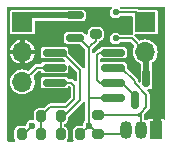
<source format=gbr>
%TF.GenerationSoftware,KiCad,Pcbnew,8.0.8*%
%TF.CreationDate,2025-02-15T21:23:54+01:00*%
%TF.ProjectId,universal_fan_ctrl,756e6976-6572-4736-916c-5f66616e5f63,rev?*%
%TF.SameCoordinates,Original*%
%TF.FileFunction,Copper,L1,Top*%
%TF.FilePolarity,Positive*%
%FSLAX46Y46*%
G04 Gerber Fmt 4.6, Leading zero omitted, Abs format (unit mm)*
G04 Created by KiCad (PCBNEW 8.0.8) date 2025-02-15 21:23:54*
%MOMM*%
%LPD*%
G01*
G04 APERTURE LIST*
G04 Aperture macros list*
%AMRoundRect*
0 Rectangle with rounded corners*
0 $1 Rounding radius*
0 $2 $3 $4 $5 $6 $7 $8 $9 X,Y pos of 4 corners*
0 Add a 4 corners polygon primitive as box body*
4,1,4,$2,$3,$4,$5,$6,$7,$8,$9,$2,$3,0*
0 Add four circle primitives for the rounded corners*
1,1,$1+$1,$2,$3*
1,1,$1+$1,$4,$5*
1,1,$1+$1,$6,$7*
1,1,$1+$1,$8,$9*
0 Add four rect primitives between the rounded corners*
20,1,$1+$1,$2,$3,$4,$5,0*
20,1,$1+$1,$4,$5,$6,$7,0*
20,1,$1+$1,$6,$7,$8,$9,0*
20,1,$1+$1,$8,$9,$2,$3,0*%
G04 Aperture macros list end*
%TA.AperFunction,SMDPad,CuDef*%
%ADD10RoundRect,0.125000X-0.125000X0.125000X-0.125000X-0.125000X0.125000X-0.125000X0.125000X0.125000X0*%
%TD*%
%TA.AperFunction,SMDPad,CuDef*%
%ADD11RoundRect,0.150000X0.587500X0.150000X-0.587500X0.150000X-0.587500X-0.150000X0.587500X-0.150000X0*%
%TD*%
%TA.AperFunction,ComponentPad*%
%ADD12R,1.700000X1.700000*%
%TD*%
%TA.AperFunction,ComponentPad*%
%ADD13O,1.700000X1.700000*%
%TD*%
%TA.AperFunction,ComponentPad*%
%ADD14R,1.050000X1.500000*%
%TD*%
%TA.AperFunction,ComponentPad*%
%ADD15O,1.050000X1.500000*%
%TD*%
%TA.AperFunction,SMDPad,CuDef*%
%ADD16RoundRect,0.150000X0.150000X-0.587500X0.150000X0.587500X-0.150000X0.587500X-0.150000X-0.587500X0*%
%TD*%
%TA.AperFunction,SMDPad,CuDef*%
%ADD17RoundRect,0.200000X-0.275000X0.200000X-0.275000X-0.200000X0.275000X-0.200000X0.275000X0.200000X0*%
%TD*%
%TA.AperFunction,SMDPad,CuDef*%
%ADD18RoundRect,0.200000X0.200000X0.275000X-0.200000X0.275000X-0.200000X-0.275000X0.200000X-0.275000X0*%
%TD*%
%TA.AperFunction,SMDPad,CuDef*%
%ADD19RoundRect,0.200000X-0.200000X-0.275000X0.200000X-0.275000X0.200000X0.275000X-0.200000X0.275000X0*%
%TD*%
%TA.AperFunction,SMDPad,CuDef*%
%ADD20RoundRect,0.200000X0.275000X-0.200000X0.275000X0.200000X-0.275000X0.200000X-0.275000X-0.200000X0*%
%TD*%
%TA.AperFunction,SMDPad,CuDef*%
%ADD21RoundRect,0.150000X0.825000X0.150000X-0.825000X0.150000X-0.825000X-0.150000X0.825000X-0.150000X0*%
%TD*%
%TA.AperFunction,ViaPad*%
%ADD22C,0.600000*%
%TD*%
%TA.AperFunction,Conductor*%
%ADD23C,0.200000*%
%TD*%
%TA.AperFunction,Conductor*%
%ADD24C,0.500000*%
%TD*%
G04 APERTURE END LIST*
D10*
%TO.P,D2,1,K*%
%TO.N,Net-(D2-K)*%
X149300000Y-65600001D03*
%TO.P,D2,2,A*%
%TO.N,Net-(D2-A)*%
X149300000Y-67799999D03*
%TD*%
D11*
%TO.P,U1,1,VO*%
%TO.N,+3.3V*%
X145837500Y-67750000D03*
%TO.P,U1,2,VI*%
%TO.N,Net-(D2-K)*%
X145837500Y-65850000D03*
%TO.P,U1,3,GND*%
%TO.N,GND*%
X143962499Y-66800000D03*
%TD*%
D12*
%TO.P,J1,1,Pin_1*%
%TO.N,Net-(D2-K)*%
X141400000Y-66400000D03*
D13*
%TO.P,J1,2,Pin_2*%
%TO.N,GND*%
X141400000Y-68940000D03*
%TO.P,J1,3,Pin_3*%
%TO.N,/UPDI{slash}~{RESET}*%
X141400000Y-71479999D03*
%TD*%
D14*
%TO.P,U3,1,GND*%
%TO.N,GND*%
X152670001Y-75540001D03*
D15*
%TO.P,U3,2,DQ*%
%TO.N,/TEMP_SENS*%
X151400000Y-75540001D03*
%TO.P,U3,3,V_{DD}*%
%TO.N,+3.3V*%
X150130001Y-75540001D03*
%TD*%
D16*
%TO.P,Q1,1,G*%
%TO.N,/FAN_SW*%
X150950000Y-73037500D03*
%TO.P,Q1,2,S*%
%TO.N,GND*%
X152850000Y-73037500D03*
%TO.P,Q1,3,D*%
%TO.N,Net-(D2-A)*%
X151900000Y-71162499D03*
%TD*%
D17*
%TO.P,R5,1*%
%TO.N,/TEMP_SENS*%
X147800000Y-74275000D03*
%TO.P,R5,2*%
%TO.N,+3.3V*%
X147800000Y-75925000D03*
%TD*%
D18*
%TO.P,Rtr1,1*%
%TO.N,/TR*%
X142975000Y-75900000D03*
%TO.P,Rtr1,2*%
%TO.N,+3.3V*%
X141325000Y-75900000D03*
%TD*%
D19*
%TO.P,R4,1*%
%TO.N,GND*%
X141325000Y-74400000D03*
%TO.P,R4,2*%
%TO.N,/TR*%
X142975000Y-74400000D03*
%TD*%
D18*
%TO.P,R3,1*%
%TO.N,GND*%
X146275000Y-74400000D03*
%TO.P,R3,2*%
%TO.N,/MT*%
X144625000Y-74400000D03*
%TD*%
D19*
%TO.P,Rmt1,1*%
%TO.N,/MT*%
X144625000Y-75900000D03*
%TO.P,Rmt1,2*%
%TO.N,+3.3V*%
X146275000Y-75900000D03*
%TD*%
D12*
%TO.P,J2,1,Pin_1*%
%TO.N,Net-(D2-K)*%
X151800000Y-66400000D03*
D13*
%TO.P,J2,2,Pin_2*%
%TO.N,Net-(D2-A)*%
X151800000Y-68940000D03*
%TD*%
D20*
%TO.P,C2,1*%
%TO.N,+3.3V*%
X147600000Y-67425000D03*
%TO.P,C2,2*%
%TO.N,GND*%
X147600000Y-65775000D03*
%TD*%
D21*
%TO.P,U2,1,VCC*%
%TO.N,+3.3V*%
X149075000Y-72805000D03*
%TO.P,U2,2,PA6*%
%TO.N,/FAN_SW*%
X149075000Y-71535000D03*
%TO.P,U2,3,PA7*%
%TO.N,/TEMP_SENS*%
X149075000Y-70265000D03*
%TO.P,U2,4,PA1*%
%TO.N,/FAN_SW*%
X149075000Y-68995000D03*
%TO.P,U2,5,PA2*%
%TO.N,/MT*%
X144125000Y-68995000D03*
%TO.P,U2,6,~{RESET}/PA0*%
%TO.N,/UPDI{slash}~{RESET}*%
X144125000Y-70265000D03*
%TO.P,U2,7,PA3*%
%TO.N,/TR*%
X144125000Y-71535000D03*
%TO.P,U2,8,GND*%
%TO.N,GND*%
X144125000Y-72805000D03*
%TD*%
D22*
%TO.N,GND*%
X145500000Y-75100000D03*
%TO.N,+3.3V*%
X142200000Y-75200000D03*
X147000000Y-75175000D03*
%TO.N,GND*%
X142600000Y-72800000D03*
%TD*%
D23*
%TO.N,GND*%
X146200000Y-74400000D02*
X145500000Y-75100000D01*
X146275000Y-74400000D02*
X146200000Y-74400000D01*
%TO.N,+3.3V*%
X141500000Y-75900000D02*
X142200000Y-75200000D01*
X141325000Y-75900000D02*
X141500000Y-75900000D01*
%TO.N,/TR*%
X144125000Y-71535000D02*
X145535000Y-71535000D01*
X145535000Y-71535000D02*
X145800000Y-71800000D01*
X145800000Y-71800000D02*
X145800000Y-72900000D01*
X145800000Y-72900000D02*
X145100000Y-73600000D01*
X145100000Y-73600000D02*
X143775000Y-73600000D01*
X143775000Y-73600000D02*
X142975000Y-74400000D01*
%TO.N,/MT*%
X144125000Y-68995000D02*
X144795000Y-68995000D01*
X144795000Y-68995000D02*
X146300000Y-70500000D01*
X146300000Y-70500000D02*
X146300000Y-73000000D01*
X146300000Y-73000000D02*
X144900000Y-74400000D01*
X144900000Y-74400000D02*
X144625000Y-74400000D01*
%TO.N,+3.3V*%
X147000000Y-75125000D02*
X147000000Y-75175000D01*
X147000000Y-75175000D02*
X146275000Y-75900000D01*
X147800000Y-75925000D02*
X149745002Y-75925000D01*
X149745002Y-75925000D02*
X150130001Y-75540001D01*
X147000000Y-75125000D02*
X147000000Y-72800000D01*
X147000000Y-72800000D02*
X147000000Y-68600000D01*
X149075000Y-72805000D02*
X147005000Y-72805000D01*
X147005000Y-72805000D02*
X147000000Y-72800000D01*
X147000000Y-68600000D02*
X146150000Y-67750000D01*
X146150000Y-67750000D02*
X145837500Y-67750000D01*
X147150000Y-68450000D02*
X147600000Y-68000000D01*
X147800000Y-75925000D02*
X147000000Y-75125000D01*
X147000000Y-68600000D02*
X147150000Y-68450000D01*
%TO.N,/FAN_SW*%
X149075000Y-68995000D02*
X147905000Y-68995000D01*
X147905000Y-68995000D02*
X147700000Y-69200000D01*
X147700000Y-69200000D02*
X147700000Y-71300000D01*
X147700000Y-71300000D02*
X147935000Y-71535000D01*
X147935000Y-71535000D02*
X149075000Y-71535000D01*
%TO.N,/MT*%
X144625000Y-75900000D02*
X144625000Y-74400000D01*
%TO.N,/TR*%
X142975000Y-75900000D02*
X142975000Y-74400000D01*
%TO.N,Net-(D2-A)*%
X149300000Y-67799999D02*
X150659999Y-67799999D01*
%TO.N,Net-(D2-K)*%
X149300000Y-65600001D02*
X151000001Y-65600001D01*
X151000001Y-65600001D02*
X151800000Y-66400000D01*
%TO.N,+3.3V*%
X147600000Y-68000000D02*
X147600000Y-67425000D01*
D24*
%TO.N,Net-(D2-K)*%
X145737500Y-65850000D02*
X141950000Y-65850000D01*
X141950000Y-65850000D02*
X141400000Y-66400000D01*
D23*
%TO.N,Net-(D2-A)*%
X150659999Y-67799999D02*
X151800000Y-68940000D01*
D24*
%TO.N,GND*%
X152850000Y-73037500D02*
X152850000Y-75360002D01*
X152850000Y-75360002D02*
X152670001Y-75540001D01*
D23*
%TO.N,/FAN_SW*%
X149835000Y-71535000D02*
X149075000Y-71535000D01*
X150950000Y-73037500D02*
X150950000Y-72650000D01*
X150950000Y-72650000D02*
X149835000Y-71535000D01*
%TO.N,/UPDI{slash}~{RESET}*%
X142614999Y-70265000D02*
X141400000Y-71479999D01*
X144125000Y-70265000D02*
X142614999Y-70265000D01*
%TO.N,/TEMP_SENS*%
X151400000Y-75540001D02*
X151400000Y-74450000D01*
X150900000Y-71600000D02*
X150900000Y-71400000D01*
X151400000Y-74100000D02*
X151900000Y-73600000D01*
X151900000Y-73600000D02*
X151900000Y-72600000D01*
X151400000Y-74450000D02*
X151225000Y-74275000D01*
X149075000Y-70265000D02*
X149765000Y-70265000D01*
X149765000Y-70265000D02*
X150900000Y-71400000D01*
X151400000Y-75540001D02*
X151400000Y-74100000D01*
X151225000Y-74275000D02*
X151400000Y-74100000D01*
X148200000Y-74275000D02*
X151225000Y-74275000D01*
X151900000Y-72600000D02*
X150900000Y-71600000D01*
D24*
%TO.N,Net-(D2-A)*%
X151900000Y-69040000D02*
X151800000Y-68940000D01*
X151900000Y-71162499D02*
X151900000Y-69040000D01*
%TD*%
%TA.AperFunction,Conductor*%
%TO.N,GND*%
G36*
X148908359Y-65119407D02*
G01*
X148944323Y-65168907D01*
X148944323Y-65230093D01*
X148920173Y-65269501D01*
X148909081Y-65280594D01*
X148904253Y-65285422D01*
X148855741Y-65389456D01*
X148849500Y-65436863D01*
X148849500Y-65763134D01*
X148849501Y-65763146D01*
X148855740Y-65810545D01*
X148855740Y-65810547D01*
X148904251Y-65914577D01*
X148904252Y-65914578D01*
X148904253Y-65914580D01*
X148985421Y-65995748D01*
X149089455Y-66044260D01*
X149136861Y-66050501D01*
X149463138Y-66050500D01*
X149510545Y-66044260D01*
X149510546Y-66044260D01*
X149566611Y-66018115D01*
X149614579Y-65995748D01*
X149680831Y-65929495D01*
X149735346Y-65901720D01*
X149750833Y-65900501D01*
X150650500Y-65900501D01*
X150708691Y-65919408D01*
X150744655Y-65968908D01*
X150749500Y-65999501D01*
X150749500Y-67269746D01*
X150749501Y-67269758D01*
X150761132Y-67328227D01*
X150761134Y-67328233D01*
X150772670Y-67345497D01*
X150789279Y-67404385D01*
X150768102Y-67461789D01*
X150717228Y-67495782D01*
X150690355Y-67499499D01*
X149750833Y-67499499D01*
X149692642Y-67480592D01*
X149680835Y-67470508D01*
X149614579Y-67404252D01*
X149510545Y-67355740D01*
X149463139Y-67349499D01*
X149463137Y-67349499D01*
X149136866Y-67349499D01*
X149136854Y-67349500D01*
X149089455Y-67355739D01*
X149089453Y-67355739D01*
X148985423Y-67404250D01*
X148904253Y-67485420D01*
X148855741Y-67589454D01*
X148849500Y-67636861D01*
X148849500Y-67963132D01*
X148849501Y-67963144D01*
X148855740Y-68010543D01*
X148855740Y-68010545D01*
X148904251Y-68114575D01*
X148904252Y-68114576D01*
X148904253Y-68114578D01*
X148985421Y-68195746D01*
X149089455Y-68244258D01*
X149136861Y-68250499D01*
X149463138Y-68250498D01*
X149510545Y-68244258D01*
X149510546Y-68244258D01*
X149566611Y-68218113D01*
X149614579Y-68195746D01*
X149680831Y-68129493D01*
X149735346Y-68101718D01*
X149750833Y-68100499D01*
X150494520Y-68100499D01*
X150552711Y-68119406D01*
X150564524Y-68129495D01*
X150823812Y-68388783D01*
X150851589Y-68443300D01*
X150842018Y-68503732D01*
X150841120Y-68505453D01*
X150824769Y-68536044D01*
X150824766Y-68536052D01*
X150764699Y-68734065D01*
X150764698Y-68734070D01*
X150744417Y-68939996D01*
X150744417Y-68940003D01*
X150764698Y-69145929D01*
X150764699Y-69145934D01*
X150824768Y-69343954D01*
X150922316Y-69526452D01*
X151053302Y-69686059D01*
X151053590Y-69686410D01*
X151053595Y-69686414D01*
X151213547Y-69817683D01*
X151213548Y-69817683D01*
X151213550Y-69817685D01*
X151395975Y-69915194D01*
X151397169Y-69915832D01*
X151439575Y-69959938D01*
X151449500Y-70003142D01*
X151449500Y-70368730D01*
X151439441Y-70412210D01*
X151409427Y-70473603D01*
X151399500Y-70541742D01*
X151399500Y-71435521D01*
X151380593Y-71493712D01*
X151331093Y-71529676D01*
X151269907Y-71529676D01*
X151230496Y-71505525D01*
X151229496Y-71504525D01*
X151201719Y-71450008D01*
X151200500Y-71434521D01*
X151200500Y-71360437D01*
X151200499Y-71360435D01*
X151196222Y-71344475D01*
X151180021Y-71284011D01*
X151163259Y-71254979D01*
X151140460Y-71215489D01*
X151084511Y-71159539D01*
X151084511Y-71159540D01*
X150279496Y-70354525D01*
X150251719Y-70300008D01*
X150250500Y-70284521D01*
X150250500Y-70081743D01*
X150250500Y-70081740D01*
X150240573Y-70013607D01*
X150221604Y-69974806D01*
X150192774Y-69915832D01*
X150189198Y-69908517D01*
X150106483Y-69825802D01*
X150106481Y-69825801D01*
X150001395Y-69774427D01*
X149974139Y-69770456D01*
X149933260Y-69764500D01*
X148216740Y-69764500D01*
X148187540Y-69768754D01*
X148148603Y-69774427D01*
X148142978Y-69777178D01*
X148082395Y-69785747D01*
X148028346Y-69757070D01*
X148001476Y-69702101D01*
X148000500Y-69688236D01*
X148000500Y-69571763D01*
X148019407Y-69513572D01*
X148068907Y-69477608D01*
X148130093Y-69477608D01*
X148142983Y-69482824D01*
X148148603Y-69485572D01*
X148148605Y-69485572D01*
X148148607Y-69485573D01*
X148216740Y-69495500D01*
X148216743Y-69495500D01*
X149933257Y-69495500D01*
X149933260Y-69495500D01*
X150001393Y-69485573D01*
X150106483Y-69434198D01*
X150189198Y-69351483D01*
X150240573Y-69246393D01*
X150250500Y-69178260D01*
X150250500Y-68811740D01*
X150240573Y-68743607D01*
X150238809Y-68739999D01*
X150189198Y-68638518D01*
X150189198Y-68638517D01*
X150106483Y-68555802D01*
X150073957Y-68539901D01*
X150001395Y-68504427D01*
X149974139Y-68500456D01*
X149933260Y-68494500D01*
X148216740Y-68494500D01*
X148182673Y-68499463D01*
X148148604Y-68504427D01*
X148043518Y-68555801D01*
X147960801Y-68638518D01*
X147960577Y-68638978D01*
X147960180Y-68639387D01*
X147956035Y-68645194D01*
X147955164Y-68644572D01*
X147918035Y-68682953D01*
X147871635Y-68694500D01*
X147865438Y-68694500D01*
X147818661Y-68707033D01*
X147789007Y-68714979D01*
X147720493Y-68754536D01*
X147720488Y-68754540D01*
X147515488Y-68959539D01*
X147515489Y-68959540D01*
X147469504Y-69005525D01*
X147414987Y-69033302D01*
X147354555Y-69023731D01*
X147311290Y-68980466D01*
X147300500Y-68935521D01*
X147300500Y-68765479D01*
X147319407Y-68707288D01*
X147329496Y-68695475D01*
X147390460Y-68634511D01*
X147584971Y-68440000D01*
X147840460Y-68184511D01*
X147848850Y-68169979D01*
X147880021Y-68115989D01*
X147887528Y-68087972D01*
X147920851Y-68036659D01*
X147967667Y-68015814D01*
X148000304Y-68010646D01*
X148113342Y-67953050D01*
X148203050Y-67863342D01*
X148260646Y-67750304D01*
X148275500Y-67656519D01*
X148275499Y-67193482D01*
X148275498Y-67193478D01*
X148275498Y-67193476D01*
X148260647Y-67099700D01*
X148260646Y-67099698D01*
X148260646Y-67099696D01*
X148203050Y-66986658D01*
X148113342Y-66896950D01*
X148000304Y-66839354D01*
X148000305Y-66839354D01*
X147906522Y-66824500D01*
X147293479Y-66824500D01*
X147293476Y-66824501D01*
X147199700Y-66839352D01*
X147199695Y-66839354D01*
X147086659Y-66896949D01*
X146996949Y-66986659D01*
X146939354Y-67099695D01*
X146924500Y-67193478D01*
X146924500Y-67395778D01*
X146905593Y-67453969D01*
X146856093Y-67489933D01*
X146794907Y-67489933D01*
X146745407Y-67453969D01*
X146736559Y-67439258D01*
X146715303Y-67395778D01*
X146714198Y-67393517D01*
X146631483Y-67310802D01*
X146631481Y-67310801D01*
X146526395Y-67259427D01*
X146499139Y-67255456D01*
X146458260Y-67249500D01*
X145216740Y-67249500D01*
X145182673Y-67254463D01*
X145148604Y-67259427D01*
X145043518Y-67310801D01*
X144960801Y-67393518D01*
X144909427Y-67498604D01*
X144909427Y-67498607D01*
X144899500Y-67566740D01*
X144899500Y-67933260D01*
X144904159Y-67965234D01*
X144909427Y-68001395D01*
X144960801Y-68106481D01*
X144960802Y-68106483D01*
X145043517Y-68189198D01*
X145097285Y-68215483D01*
X145148604Y-68240572D01*
X145148605Y-68240572D01*
X145148607Y-68240573D01*
X145216740Y-68250500D01*
X146184521Y-68250500D01*
X146242712Y-68269407D01*
X146254525Y-68279496D01*
X146670504Y-68695475D01*
X146698281Y-68749992D01*
X146699500Y-68765479D01*
X146699500Y-70235521D01*
X146680593Y-70293712D01*
X146631093Y-70329676D01*
X146569907Y-70329676D01*
X146530496Y-70305525D01*
X145329496Y-69104525D01*
X145301719Y-69050008D01*
X145300500Y-69034521D01*
X145300500Y-68811743D01*
X145300500Y-68811740D01*
X145290573Y-68743607D01*
X145288809Y-68739999D01*
X145239198Y-68638518D01*
X145239198Y-68638517D01*
X145156483Y-68555802D01*
X145123957Y-68539901D01*
X145051395Y-68504427D01*
X145024139Y-68500456D01*
X144983260Y-68494500D01*
X143266740Y-68494500D01*
X143232673Y-68499463D01*
X143198604Y-68504427D01*
X143093518Y-68555801D01*
X143010801Y-68638518D01*
X142959427Y-68743604D01*
X142957834Y-68754540D01*
X142949500Y-68811740D01*
X142949500Y-69178260D01*
X142956118Y-69223682D01*
X142959427Y-69246395D01*
X143005237Y-69340099D01*
X143010802Y-69351483D01*
X143093517Y-69434198D01*
X143147285Y-69460483D01*
X143198604Y-69485572D01*
X143198605Y-69485572D01*
X143198607Y-69485573D01*
X143266740Y-69495500D01*
X144829521Y-69495500D01*
X144887712Y-69514407D01*
X144899525Y-69524496D01*
X144970525Y-69595496D01*
X144998302Y-69650013D01*
X144988731Y-69710445D01*
X144945466Y-69753710D01*
X144900521Y-69764500D01*
X143266740Y-69764500D01*
X143232673Y-69769463D01*
X143198604Y-69774427D01*
X143093518Y-69825801D01*
X143010801Y-69908518D01*
X143010577Y-69908978D01*
X143010180Y-69909387D01*
X143006035Y-69915194D01*
X143005164Y-69914572D01*
X142968035Y-69952953D01*
X142921635Y-69964500D01*
X142575434Y-69964500D01*
X142499010Y-69984978D01*
X142449427Y-70013606D01*
X142449423Y-70013608D01*
X142430490Y-70024538D01*
X142430488Y-70024539D01*
X141951214Y-70503811D01*
X141896698Y-70531588D01*
X141836266Y-70522017D01*
X141834583Y-70521138D01*
X141803954Y-70504767D01*
X141605934Y-70444698D01*
X141605929Y-70444697D01*
X141400003Y-70424416D01*
X141399997Y-70424416D01*
X141194070Y-70444697D01*
X141194065Y-70444698D01*
X140996045Y-70504767D01*
X140813547Y-70602315D01*
X140653595Y-70733584D01*
X140653585Y-70733594D01*
X140522316Y-70893546D01*
X140424768Y-71076044D01*
X140364699Y-71274064D01*
X140364698Y-71274069D01*
X140344417Y-71479995D01*
X140344417Y-71480002D01*
X140364698Y-71685928D01*
X140364699Y-71685933D01*
X140424768Y-71883953D01*
X140522316Y-72066451D01*
X140594620Y-72154554D01*
X140653590Y-72226409D01*
X140653595Y-72226413D01*
X140813547Y-72357682D01*
X140813548Y-72357682D01*
X140813550Y-72357684D01*
X140996046Y-72455231D01*
X141120400Y-72492953D01*
X141194065Y-72515299D01*
X141194070Y-72515300D01*
X141399997Y-72535582D01*
X141400000Y-72535582D01*
X141400003Y-72535582D01*
X141605929Y-72515300D01*
X141605934Y-72515299D01*
X141605941Y-72515297D01*
X141803954Y-72455231D01*
X141986450Y-72357684D01*
X142146410Y-72226409D01*
X142277685Y-72066449D01*
X142375232Y-71883953D01*
X142435300Y-71685933D01*
X142435301Y-71685928D01*
X142455583Y-71480002D01*
X142455583Y-71479995D01*
X142435301Y-71274069D01*
X142435300Y-71274064D01*
X142417078Y-71213996D01*
X142375232Y-71076045D01*
X142358880Y-71045454D01*
X142348123Y-70985222D01*
X142374824Y-70930170D01*
X142376128Y-70928841D01*
X142710474Y-70594496D01*
X142764990Y-70566719D01*
X142780477Y-70565500D01*
X142921635Y-70565500D01*
X142979826Y-70584407D01*
X143005610Y-70615108D01*
X143006035Y-70614806D01*
X143009884Y-70620197D01*
X143010576Y-70621020D01*
X143010802Y-70621483D01*
X143093517Y-70704198D01*
X143147285Y-70730483D01*
X143198604Y-70755572D01*
X143198605Y-70755572D01*
X143198607Y-70755573D01*
X143266740Y-70765500D01*
X143266743Y-70765500D01*
X144983257Y-70765500D01*
X144983260Y-70765500D01*
X145051393Y-70755573D01*
X145156483Y-70704198D01*
X145239198Y-70621483D01*
X145290573Y-70516393D01*
X145300500Y-70448260D01*
X145300500Y-70164479D01*
X145319407Y-70106288D01*
X145368907Y-70070324D01*
X145430093Y-70070324D01*
X145469504Y-70094475D01*
X145970504Y-70595475D01*
X145998281Y-70649992D01*
X145999500Y-70665479D01*
X145999500Y-71335521D01*
X145980593Y-71393712D01*
X145931093Y-71429676D01*
X145869907Y-71429676D01*
X145830497Y-71405525D01*
X145719511Y-71294540D01*
X145684047Y-71274064D01*
X145684047Y-71274065D01*
X145650989Y-71254979D01*
X145650988Y-71254978D01*
X145650987Y-71254978D01*
X145574564Y-71234500D01*
X145574562Y-71234500D01*
X145328365Y-71234500D01*
X145270174Y-71215593D01*
X145244389Y-71184891D01*
X145243965Y-71185194D01*
X145240115Y-71179802D01*
X145239423Y-71178978D01*
X145239198Y-71178518D01*
X145239198Y-71178517D01*
X145156483Y-71095802D01*
X145156481Y-71095801D01*
X145051395Y-71044427D01*
X145024139Y-71040456D01*
X144983260Y-71034500D01*
X143266740Y-71034500D01*
X143232673Y-71039463D01*
X143198604Y-71044427D01*
X143093518Y-71095801D01*
X143010801Y-71178518D01*
X142959427Y-71283604D01*
X142959368Y-71284011D01*
X142949500Y-71351740D01*
X142949500Y-71718260D01*
X142956118Y-71763682D01*
X142959427Y-71786395D01*
X143007121Y-71883953D01*
X143010802Y-71891483D01*
X143093517Y-71974198D01*
X143147285Y-72000483D01*
X143198604Y-72025572D01*
X143198605Y-72025572D01*
X143198607Y-72025573D01*
X143266740Y-72035500D01*
X143266743Y-72035500D01*
X144983257Y-72035500D01*
X144983260Y-72035500D01*
X145051393Y-72025573D01*
X145156483Y-71974198D01*
X145239198Y-71891483D01*
X145239423Y-71891021D01*
X145239819Y-71890612D01*
X145243965Y-71884806D01*
X145244835Y-71885427D01*
X145281965Y-71847047D01*
X145328365Y-71835500D01*
X145369521Y-71835500D01*
X145427712Y-71854407D01*
X145439525Y-71864496D01*
X145470504Y-71895475D01*
X145498281Y-71949992D01*
X145499500Y-71965479D01*
X145499500Y-72734521D01*
X145480593Y-72792712D01*
X145470504Y-72804525D01*
X145004525Y-73270504D01*
X144950008Y-73298281D01*
X144934521Y-73299500D01*
X143735435Y-73299500D01*
X143659011Y-73319978D01*
X143631981Y-73335584D01*
X143627798Y-73338000D01*
X143590489Y-73359540D01*
X143590486Y-73359542D01*
X143254524Y-73695504D01*
X143200008Y-73723281D01*
X143184521Y-73724500D01*
X142743479Y-73724500D01*
X142743476Y-73724501D01*
X142649700Y-73739352D01*
X142649695Y-73739354D01*
X142536659Y-73796949D01*
X142446949Y-73886659D01*
X142389354Y-73999695D01*
X142374500Y-74093477D01*
X142374501Y-74600500D01*
X142355594Y-74658691D01*
X142306094Y-74694655D01*
X142275501Y-74699500D01*
X142128035Y-74699500D01*
X141989949Y-74740046D01*
X141989942Y-74740049D01*
X141868873Y-74817855D01*
X141774622Y-74926628D01*
X141714834Y-75057543D01*
X141702131Y-75145897D01*
X141675135Y-75200805D01*
X141621021Y-75229358D01*
X141588652Y-75229589D01*
X141556522Y-75224500D01*
X141093479Y-75224500D01*
X141093476Y-75224501D01*
X140999700Y-75239352D01*
X140999695Y-75239354D01*
X140886659Y-75296949D01*
X140796949Y-75386659D01*
X140739354Y-75499695D01*
X140724500Y-75593477D01*
X140724500Y-76206520D01*
X140724501Y-76206523D01*
X140739352Y-76300299D01*
X140739353Y-76300304D01*
X140780244Y-76380554D01*
X140789816Y-76440986D01*
X140762039Y-76495503D01*
X140707523Y-76523281D01*
X140692035Y-76524500D01*
X140199500Y-76524500D01*
X140141309Y-76505593D01*
X140105345Y-76456093D01*
X140100500Y-76425500D01*
X140100500Y-68740000D01*
X140364617Y-68740000D01*
X140938120Y-68740000D01*
X140934075Y-68747007D01*
X140900000Y-68874174D01*
X140900000Y-69005826D01*
X140934075Y-69132993D01*
X140938120Y-69140000D01*
X140364617Y-69140000D01*
X140365192Y-69145834D01*
X140365194Y-69145844D01*
X140425232Y-69343762D01*
X140425234Y-69343767D01*
X140522724Y-69526160D01*
X140522731Y-69526170D01*
X140653940Y-69686050D01*
X140653949Y-69686059D01*
X140813829Y-69817268D01*
X140813839Y-69817275D01*
X140996232Y-69914765D01*
X140996237Y-69914767D01*
X141194158Y-69974806D01*
X141194160Y-69974807D01*
X141200000Y-69975381D01*
X141200000Y-69401879D01*
X141207007Y-69405925D01*
X141334174Y-69440000D01*
X141465826Y-69440000D01*
X141592993Y-69405925D01*
X141600000Y-69401879D01*
X141600000Y-69975381D01*
X141605839Y-69974807D01*
X141605841Y-69974806D01*
X141803762Y-69914767D01*
X141803767Y-69914765D01*
X141986160Y-69817275D01*
X141986170Y-69817268D01*
X142146050Y-69686059D01*
X142146059Y-69686050D01*
X142277268Y-69526170D01*
X142277275Y-69526160D01*
X142374765Y-69343767D01*
X142374767Y-69343762D01*
X142434805Y-69145844D01*
X142434807Y-69145834D01*
X142435383Y-69140000D01*
X141861880Y-69140000D01*
X141865925Y-69132993D01*
X141900000Y-69005826D01*
X141900000Y-68874174D01*
X141865925Y-68747007D01*
X141861880Y-68740000D01*
X142435382Y-68740000D01*
X142434807Y-68734165D01*
X142434805Y-68734155D01*
X142374767Y-68536237D01*
X142374765Y-68536232D01*
X142277275Y-68353839D01*
X142277268Y-68353829D01*
X142146059Y-68193949D01*
X142146050Y-68193940D01*
X141986170Y-68062731D01*
X141986160Y-68062724D01*
X141803767Y-67965234D01*
X141803762Y-67965232D01*
X141605844Y-67905194D01*
X141605834Y-67905192D01*
X141600000Y-67904617D01*
X141600000Y-68478120D01*
X141592993Y-68474075D01*
X141465826Y-68440000D01*
X141334174Y-68440000D01*
X141207007Y-68474075D01*
X141200000Y-68478120D01*
X141200000Y-67904617D01*
X141194165Y-67905192D01*
X141194155Y-67905194D01*
X140996237Y-67965232D01*
X140996232Y-67965234D01*
X140813839Y-68062724D01*
X140813829Y-68062731D01*
X140653949Y-68193940D01*
X140653940Y-68193949D01*
X140522731Y-68353829D01*
X140522724Y-68353839D01*
X140425234Y-68536232D01*
X140425232Y-68536237D01*
X140365194Y-68734155D01*
X140365192Y-68734165D01*
X140364617Y-68740000D01*
X140100500Y-68740000D01*
X140100500Y-65530253D01*
X140349500Y-65530253D01*
X140349500Y-67269746D01*
X140349501Y-67269758D01*
X140361132Y-67328227D01*
X140361134Y-67328233D01*
X140379514Y-67355740D01*
X140405448Y-67394552D01*
X140471769Y-67438867D01*
X140516231Y-67447711D01*
X140530241Y-67450498D01*
X140530246Y-67450498D01*
X140530252Y-67450500D01*
X140530253Y-67450500D01*
X142269747Y-67450500D01*
X142269748Y-67450500D01*
X142328231Y-67438867D01*
X142394552Y-67394552D01*
X142438867Y-67328231D01*
X142450500Y-67269748D01*
X142450500Y-66399500D01*
X142469407Y-66341309D01*
X142518907Y-66305345D01*
X142549500Y-66300500D01*
X145043732Y-66300500D01*
X145087212Y-66310559D01*
X145148607Y-66340573D01*
X145216740Y-66350500D01*
X145216743Y-66350500D01*
X146458257Y-66350500D01*
X146458260Y-66350500D01*
X146526393Y-66340573D01*
X146631483Y-66289198D01*
X146714198Y-66206483D01*
X146765573Y-66101393D01*
X146775500Y-66033260D01*
X146775500Y-65666740D01*
X146765573Y-65598607D01*
X146714198Y-65493517D01*
X146631483Y-65410802D01*
X146631481Y-65410801D01*
X146526395Y-65359427D01*
X146499139Y-65355456D01*
X146458260Y-65349500D01*
X145216740Y-65349500D01*
X145148607Y-65359427D01*
X145087212Y-65389441D01*
X145043732Y-65399500D01*
X142415682Y-65399500D01*
X142360680Y-65382815D01*
X142328233Y-65361134D01*
X142328231Y-65361133D01*
X142328228Y-65361132D01*
X142328227Y-65361132D01*
X142269758Y-65349501D01*
X142269748Y-65349500D01*
X140530252Y-65349500D01*
X140530251Y-65349500D01*
X140530241Y-65349501D01*
X140471772Y-65361132D01*
X140471766Y-65361134D01*
X140405451Y-65405445D01*
X140405445Y-65405451D01*
X140361134Y-65471766D01*
X140361132Y-65471772D01*
X140349501Y-65530241D01*
X140349500Y-65530253D01*
X140100500Y-65530253D01*
X140100500Y-65199500D01*
X140119407Y-65141309D01*
X140168907Y-65105345D01*
X140199500Y-65100500D01*
X148850168Y-65100500D01*
X148908359Y-65119407D01*
G37*
%TD.AperFunction*%
%TA.AperFunction,Conductor*%
G36*
X146645445Y-73176268D02*
G01*
X146688710Y-73219533D01*
X146699500Y-73264478D01*
X146699500Y-74721105D01*
X146680593Y-74779296D01*
X146673258Y-74787289D01*
X146673509Y-74787506D01*
X146668872Y-74792856D01*
X146668872Y-74792857D01*
X146647210Y-74817857D01*
X146574622Y-74901628D01*
X146514834Y-75032544D01*
X146499443Y-75139589D01*
X146472447Y-75194497D01*
X146418332Y-75223050D01*
X146401451Y-75224500D01*
X146043479Y-75224500D01*
X146043476Y-75224501D01*
X145949700Y-75239352D01*
X145949695Y-75239354D01*
X145836659Y-75296949D01*
X145746949Y-75386659D01*
X145689354Y-75499695D01*
X145674500Y-75593477D01*
X145674500Y-76206520D01*
X145674501Y-76206523D01*
X145689352Y-76300299D01*
X145689353Y-76300304D01*
X145730244Y-76380554D01*
X145739816Y-76440986D01*
X145712039Y-76495503D01*
X145657523Y-76523281D01*
X145642035Y-76524500D01*
X145257965Y-76524500D01*
X145199774Y-76505593D01*
X145163810Y-76456093D01*
X145163810Y-76394907D01*
X145169756Y-76380554D01*
X145176504Y-76367311D01*
X145210646Y-76300304D01*
X145225500Y-76206519D01*
X145225499Y-75593482D01*
X145210646Y-75499696D01*
X145153050Y-75386658D01*
X145063342Y-75296950D01*
X145060504Y-75295504D01*
X144979554Y-75254257D01*
X144936290Y-75210992D01*
X144925500Y-75166048D01*
X144925500Y-75133951D01*
X144944407Y-75075760D01*
X144979552Y-75045742D01*
X145063342Y-75003050D01*
X145153050Y-74913342D01*
X145210646Y-74800304D01*
X145225500Y-74706519D01*
X145225499Y-74540478D01*
X145244406Y-74482288D01*
X145254489Y-74470480D01*
X146530498Y-73194472D01*
X146585013Y-73166697D01*
X146645445Y-73176268D01*
G37*
%TD.AperFunction*%
%TA.AperFunction,Conductor*%
G36*
X153458691Y-65119407D02*
G01*
X153494655Y-65168907D01*
X153499500Y-65199500D01*
X153499500Y-74567706D01*
X153480593Y-74625897D01*
X153431093Y-74661861D01*
X153369907Y-74661861D01*
X153345499Y-74650022D01*
X153273036Y-74601604D01*
X153273037Y-74601604D01*
X153214701Y-74590001D01*
X152870002Y-74590001D01*
X152870001Y-74590002D01*
X152870001Y-75222458D01*
X152814746Y-75190557D01*
X152719371Y-75165001D01*
X152620631Y-75165001D01*
X152525256Y-75190557D01*
X152470001Y-75222458D01*
X152470001Y-74590002D01*
X152470000Y-74590001D01*
X152125300Y-74590001D01*
X152066964Y-74601604D01*
X152000811Y-74645807D01*
X152000806Y-74645812D01*
X151964304Y-74700441D01*
X151916253Y-74738320D01*
X151855115Y-74740722D01*
X151826987Y-74727754D01*
X151744498Y-74672636D01*
X151706619Y-74624586D01*
X151700500Y-74590321D01*
X151700500Y-74265478D01*
X151719407Y-74207287D01*
X151729490Y-74195480D01*
X152140460Y-73784511D01*
X152175108Y-73724500D01*
X152180020Y-73715992D01*
X152180020Y-73715990D01*
X152180022Y-73715988D01*
X152200500Y-73639562D01*
X152200500Y-73560438D01*
X152200500Y-72560438D01*
X152189147Y-72518068D01*
X152188405Y-72515298D01*
X152188405Y-72515297D01*
X152184213Y-72499655D01*
X152180022Y-72484012D01*
X152140460Y-72415489D01*
X151994471Y-72269500D01*
X151966696Y-72214986D01*
X151976267Y-72154554D01*
X152019532Y-72111289D01*
X152064477Y-72100499D01*
X152083257Y-72100499D01*
X152083260Y-72100499D01*
X152151393Y-72090572D01*
X152256483Y-72039197D01*
X152339198Y-71956482D01*
X152390573Y-71851392D01*
X152400500Y-71783259D01*
X152400500Y-70541739D01*
X152390573Y-70473606D01*
X152378182Y-70448260D01*
X152360559Y-70412210D01*
X152350500Y-70368730D01*
X152350500Y-69894012D01*
X152369407Y-69835821D01*
X152386695Y-69817484D01*
X152464404Y-69753710D01*
X152546410Y-69686410D01*
X152677685Y-69526450D01*
X152775232Y-69343954D01*
X152835300Y-69145934D01*
X152835301Y-69145929D01*
X152855583Y-68940003D01*
X152855583Y-68939996D01*
X152835301Y-68734070D01*
X152835300Y-68734065D01*
X152808341Y-68645194D01*
X152775232Y-68536046D01*
X152677685Y-68353550D01*
X152546410Y-68193590D01*
X152456016Y-68119406D01*
X152386452Y-68062316D01*
X152203954Y-67964768D01*
X152005934Y-67904699D01*
X152005929Y-67904698D01*
X151800003Y-67884417D01*
X151799997Y-67884417D01*
X151594070Y-67904698D01*
X151594065Y-67904699D01*
X151396052Y-67964766D01*
X151396049Y-67964766D01*
X151396046Y-67964768D01*
X151396044Y-67964768D01*
X151396044Y-67964769D01*
X151365453Y-67981120D01*
X151305220Y-67991874D01*
X151250169Y-67965171D01*
X151248784Y-67963812D01*
X150904475Y-67619504D01*
X150876697Y-67564987D01*
X150886268Y-67504555D01*
X150929533Y-67461290D01*
X150974478Y-67450500D01*
X152669747Y-67450500D01*
X152669748Y-67450500D01*
X152728231Y-67438867D01*
X152794552Y-67394552D01*
X152838867Y-67328231D01*
X152850500Y-67269748D01*
X152850500Y-65530252D01*
X152838867Y-65471769D01*
X152794552Y-65405448D01*
X152794548Y-65405445D01*
X152728233Y-65361134D01*
X152728231Y-65361133D01*
X152728228Y-65361132D01*
X152728227Y-65361132D01*
X152669758Y-65349501D01*
X152669748Y-65349500D01*
X152669747Y-65349500D01*
X151193647Y-65349500D01*
X151144146Y-65336236D01*
X151115989Y-65319979D01*
X151039565Y-65299501D01*
X151039563Y-65299501D01*
X149750833Y-65299501D01*
X149692642Y-65280594D01*
X149680835Y-65270510D01*
X149679826Y-65269501D01*
X149652051Y-65214987D01*
X149661622Y-65154555D01*
X149704887Y-65111290D01*
X149749832Y-65100500D01*
X153400500Y-65100500D01*
X153458691Y-65119407D01*
G37*
%TD.AperFunction*%
%TD*%
M02*

</source>
